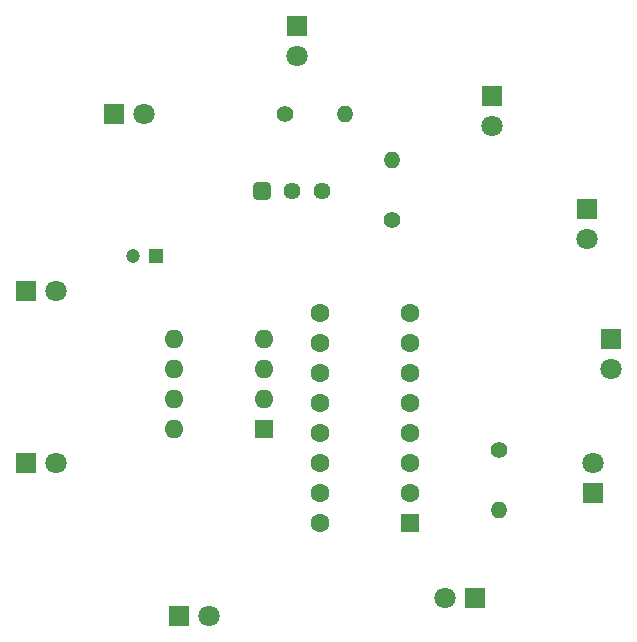
<source format=gbr>
%TF.GenerationSoftware,KiCad,Pcbnew,8.0.8*%
%TF.CreationDate,2025-01-31T19:08:08+05:30*%
%TF.ProjectId,LED Chaser circuit,4c454420-4368-4617-9365-722063697263,rev?*%
%TF.SameCoordinates,Original*%
%TF.FileFunction,Soldermask,Bot*%
%TF.FilePolarity,Negative*%
%FSLAX46Y46*%
G04 Gerber Fmt 4.6, Leading zero omitted, Abs format (unit mm)*
G04 Created by KiCad (PCBNEW 8.0.8) date 2025-01-31 19:08:08*
%MOMM*%
%LPD*%
G01*
G04 APERTURE LIST*
G04 Aperture macros list*
%AMRoundRect*
0 Rectangle with rounded corners*
0 $1 Rounding radius*
0 $2 $3 $4 $5 $6 $7 $8 $9 X,Y pos of 4 corners*
0 Add a 4 corners polygon primitive as box body*
4,1,4,$2,$3,$4,$5,$6,$7,$8,$9,$2,$3,0*
0 Add four circle primitives for the rounded corners*
1,1,$1+$1,$2,$3*
1,1,$1+$1,$4,$5*
1,1,$1+$1,$6,$7*
1,1,$1+$1,$8,$9*
0 Add four rect primitives between the rounded corners*
20,1,$1+$1,$2,$3,$4,$5,0*
20,1,$1+$1,$4,$5,$6,$7,0*
20,1,$1+$1,$6,$7,$8,$9,0*
20,1,$1+$1,$8,$9,$2,$3,0*%
G04 Aperture macros list end*
%ADD10R,1.600000X1.600000*%
%ADD11C,1.600000*%
%ADD12O,1.600000X1.600000*%
%ADD13RoundRect,0.250000X0.470000X-0.470000X0.470000X0.470000X-0.470000X0.470000X-0.470000X-0.470000X0*%
%ADD14C,1.440000*%
%ADD15C,1.400000*%
%ADD16O,1.400000X1.400000*%
%ADD17R,1.800000X1.800000*%
%ADD18C,1.800000*%
%ADD19C,1.200000*%
%ADD20R,1.200000X1.200000*%
G04 APERTURE END LIST*
D10*
%TO.C,U2*%
X156000000Y-101080000D03*
D11*
X156000000Y-98540000D03*
X156000000Y-96000000D03*
X156000000Y-93460000D03*
X156000000Y-90920000D03*
X156000000Y-88380000D03*
X156000000Y-85840000D03*
X156000000Y-83300000D03*
X148380000Y-83300000D03*
X148380000Y-85840000D03*
X148380000Y-88380000D03*
X148380000Y-90920000D03*
X148380000Y-93460000D03*
X148380000Y-96000000D03*
X148380000Y-98540000D03*
X148380000Y-101080000D03*
%TD*%
D10*
%TO.C,U1*%
X143620000Y-93120000D03*
D12*
X143620000Y-90580000D03*
X143620000Y-88040000D03*
X143620000Y-85500000D03*
X136000000Y-85500000D03*
X136000000Y-88040000D03*
X136000000Y-90580000D03*
X136000000Y-93120000D03*
%TD*%
D13*
%TO.C,RV1*%
X143420000Y-73000000D03*
D14*
X145960000Y-73000000D03*
X148500000Y-73000000D03*
%TD*%
D15*
%TO.C,R3*%
X163500000Y-94920000D03*
D16*
X163500000Y-100000000D03*
%TD*%
D15*
%TO.C,R2*%
X145420000Y-66500000D03*
D16*
X150500000Y-66500000D03*
%TD*%
D15*
%TO.C,R1*%
X154500000Y-75500000D03*
D16*
X154500000Y-70420000D03*
%TD*%
D17*
%TO.C,D10*%
X161500000Y-107500000D03*
D18*
X158960000Y-107500000D03*
%TD*%
D17*
%TO.C,D9*%
X171500000Y-98540000D03*
D18*
X171500000Y-96000000D03*
%TD*%
D17*
%TO.C,D8*%
X173000000Y-85500000D03*
D18*
X173000000Y-88040000D03*
%TD*%
D17*
%TO.C,D7*%
X170960000Y-74500000D03*
D18*
X170960000Y-77040000D03*
%TD*%
D17*
%TO.C,D6*%
X162960000Y-65000000D03*
D18*
X162960000Y-67540000D03*
%TD*%
D17*
%TO.C,D5*%
X146460000Y-59000000D03*
D18*
X146460000Y-61540000D03*
%TD*%
D17*
%TO.C,D4*%
X130960000Y-66500000D03*
D18*
X133500000Y-66500000D03*
%TD*%
D17*
%TO.C,D3*%
X123460000Y-81500000D03*
D18*
X126000000Y-81500000D03*
%TD*%
D17*
%TO.C,D2*%
X123460000Y-96000000D03*
D18*
X126000000Y-96000000D03*
%TD*%
D17*
%TO.C,D1*%
X136460000Y-109000000D03*
D18*
X139000000Y-109000000D03*
%TD*%
D19*
%TO.C,C1*%
X132500000Y-78500000D03*
D20*
X134500000Y-78500000D03*
%TD*%
M02*

</source>
